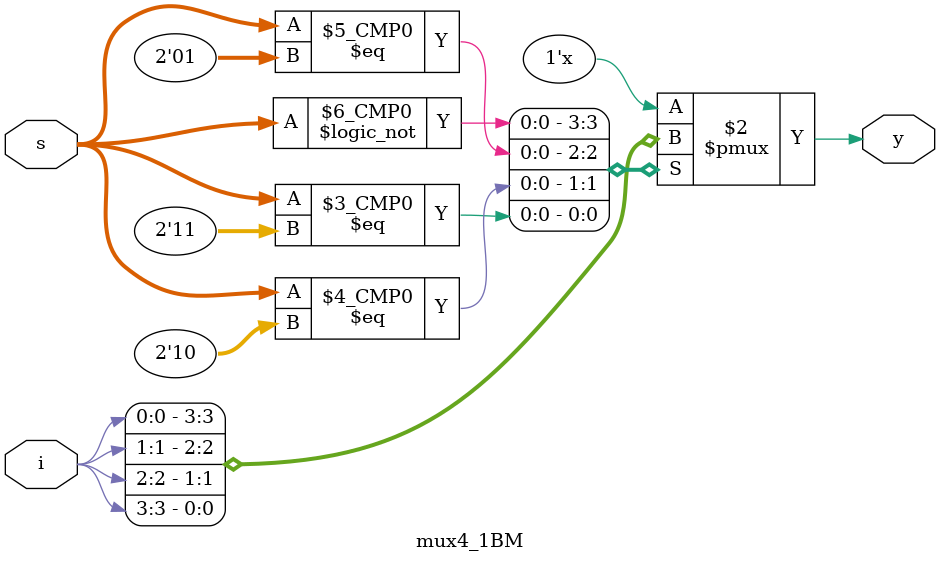
<source format=v>
module mux4_1BM(i,s,y);
input [3:0]i;
input [1:0]s;
output reg y;
always@(*)begin
case(s)
2'b00:y=i[0];
2'b01:y=i[1];
2'b10:y=i[2];
2'b11:y=i[3];
default y=1'b0;
endcase
end
endmodule


</source>
